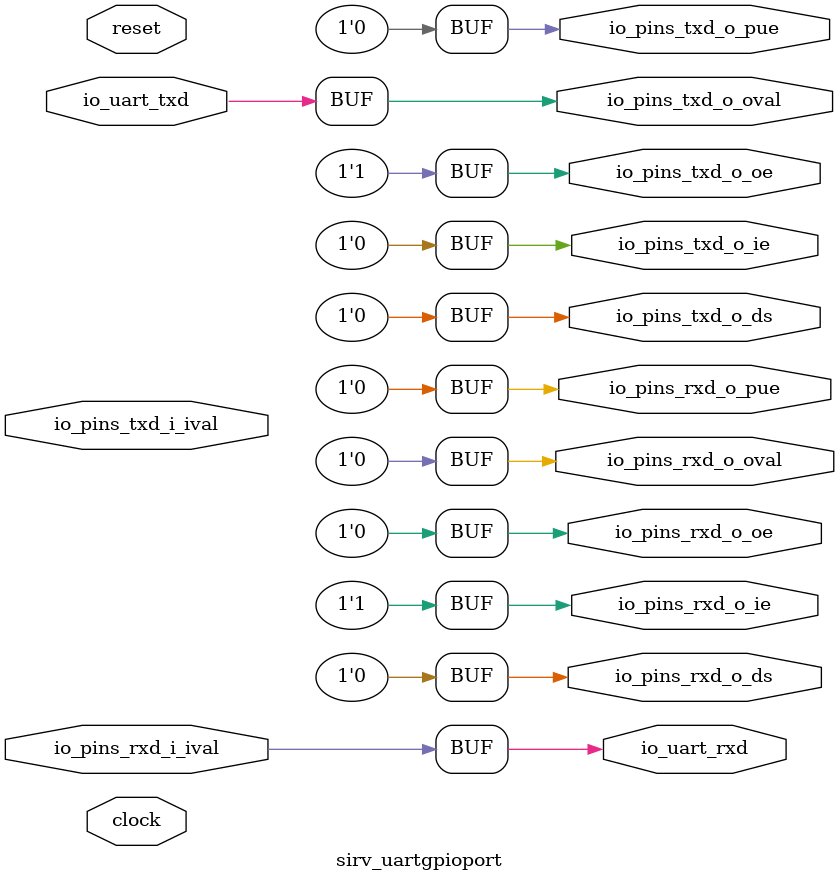
<source format=v>
 /*                                                                      
 Copyright 2017 Silicon Integrated Microelectronics, Inc.                
                                                                         
 Licensed under the Apache License, Version 2.0 (the "License");         
 you may not use this file except in compliance with the License.        
 You may obtain a copy of the License at                                 
                                                                         
     http://www.apache.org/licenses/LICENSE-2.0                          
                                                                         
  Unless required by applicable law or agreed to in writing, software    
 distributed under the License is distributed on an "AS IS" BASIS,       
 WITHOUT WARRANTIES OR CONDITIONS OF ANY KIND, either express or implied.
 See the License for the specific language governing permissions and     
 limitations under the License.                                          
 */                                                                      
                                                                         
                                                                         
                                                                         
module sirv_uartgpioport(
  input   clock,
  input   reset,
  input   io_uart_txd,
  output  io_uart_rxd,
  input   io_pins_rxd_i_ival,
  output  io_pins_rxd_o_oval,
  output  io_pins_rxd_o_oe,
  output  io_pins_rxd_o_ie,
  output  io_pins_rxd_o_pue,
  output  io_pins_rxd_o_ds,
  input   io_pins_txd_i_ival,
  output  io_pins_txd_o_oval,
  output  io_pins_txd_o_oe,
  output  io_pins_txd_o_ie,
  output  io_pins_txd_o_pue,
  output  io_pins_txd_o_ds
);
  assign io_uart_rxd = io_pins_rxd_i_ival;
  assign io_pins_rxd_o_oval = 1'h0;
  assign io_pins_rxd_o_oe = 1'h0;
  assign io_pins_rxd_o_ie = 1'h1;
  assign io_pins_rxd_o_pue = 1'h0;
  assign io_pins_rxd_o_ds = 1'h0;
  assign io_pins_txd_o_oval = io_uart_txd;
  assign io_pins_txd_o_oe = 1'h1;
  assign io_pins_txd_o_ie = 1'h0;
  assign io_pins_txd_o_pue = 1'h0;
  assign io_pins_txd_o_ds = 1'h0;
endmodule


</source>
